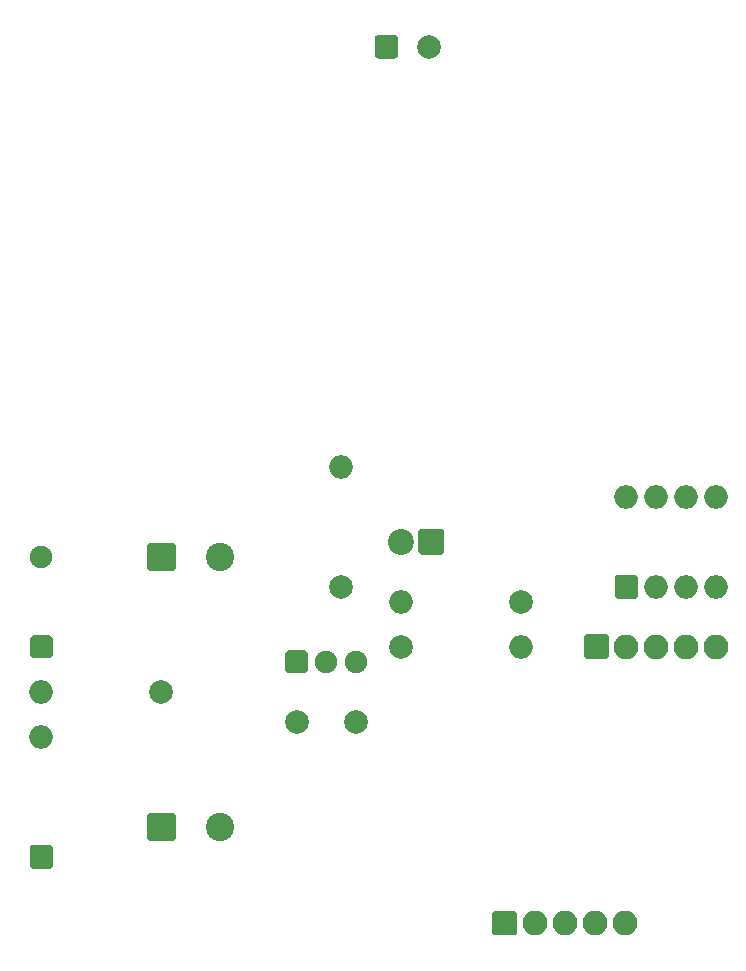
<source format=gbr>
G04 #@! TF.GenerationSoftware,KiCad,Pcbnew,(5.1.9-0-10_14)*
G04 #@! TF.CreationDate,2022-07-17T19:47:57+02:00*
G04 #@! TF.ProjectId,klara-circuitry,6b6c6172-612d-4636-9972-637569747279,rev?*
G04 #@! TF.SameCoordinates,Original*
G04 #@! TF.FileFunction,Soldermask,Bot*
G04 #@! TF.FilePolarity,Negative*
%FSLAX46Y46*%
G04 Gerber Fmt 4.6, Leading zero omitted, Abs format (unit mm)*
G04 Created by KiCad (PCBNEW (5.1.9-0-10_14)) date 2022-07-17 19:47:57*
%MOMM*%
%LPD*%
G01*
G04 APERTURE LIST*
%ADD10O,2.100000X2.100000*%
%ADD11C,2.000000*%
%ADD12C,1.900000*%
%ADD13O,2.000000X2.000000*%
%ADD14C,2.200000*%
%ADD15C,2.400000*%
%ADD16O,1.900000X1.900000*%
G04 APERTURE END LIST*
D10*
G04 #@! TO.C,LCD1*
X120490000Y-108490000D03*
X117950000Y-108490000D03*
X115410000Y-108490000D03*
X112870000Y-108490000D03*
G36*
G01*
X111180000Y-109540000D02*
X109480000Y-109540000D01*
G75*
G02*
X109280000Y-109340000I0J200000D01*
G01*
X109280000Y-107640000D01*
G75*
G02*
X109480000Y-107440000I200000J0D01*
G01*
X111180000Y-107440000D01*
G75*
G02*
X111380000Y-107640000I0J-200000D01*
G01*
X111380000Y-109340000D01*
G75*
G02*
X111180000Y-109540000I-200000J0D01*
G01*
G37*
G04 #@! TD*
D11*
G04 #@! TO.C,C2*
X92790000Y-91440000D03*
X97790000Y-91440000D03*
G04 #@! TD*
G04 #@! TO.C,U1*
G36*
G01*
X91760000Y-87110000D02*
X91760000Y-85610000D01*
G75*
G02*
X91960000Y-85410000I200000J0D01*
G01*
X93460000Y-85410000D01*
G75*
G02*
X93660000Y-85610000I0J-200000D01*
G01*
X93660000Y-87110000D01*
G75*
G02*
X93460000Y-87310000I-200000J0D01*
G01*
X91960000Y-87310000D01*
G75*
G02*
X91760000Y-87110000I0J200000D01*
G01*
G37*
D12*
X97790000Y-86360000D03*
X95250000Y-86360000D03*
G04 #@! TD*
D10*
G04 #@! TO.C,J1*
X128270000Y-85090000D03*
X125730000Y-85090000D03*
X123190000Y-85090000D03*
X120650000Y-85090000D03*
G36*
G01*
X118960000Y-86140000D02*
X117260000Y-86140000D01*
G75*
G02*
X117060000Y-85940000I0J200000D01*
G01*
X117060000Y-84240000D01*
G75*
G02*
X117260000Y-84040000I200000J0D01*
G01*
X118960000Y-84040000D01*
G75*
G02*
X119160000Y-84240000I0J-200000D01*
G01*
X119160000Y-85940000D01*
G75*
G02*
X118960000Y-86140000I-200000J0D01*
G01*
G37*
G04 #@! TD*
D13*
G04 #@! TO.C,U3*
X120650000Y-72390000D03*
X128270000Y-80010000D03*
X123190000Y-72390000D03*
X125730000Y-80010000D03*
X125730000Y-72390000D03*
X123190000Y-80010000D03*
X128270000Y-72390000D03*
G36*
G01*
X121450000Y-81010000D02*
X119850000Y-81010000D01*
G75*
G02*
X119650000Y-80810000I0J200000D01*
G01*
X119650000Y-79210000D01*
G75*
G02*
X119850000Y-79010000I200000J0D01*
G01*
X121450000Y-79010000D01*
G75*
G02*
X121650000Y-79210000I0J-200000D01*
G01*
X121650000Y-80810000D01*
G75*
G02*
X121450000Y-81010000I-200000J0D01*
G01*
G37*
G04 #@! TD*
G04 #@! TO.C,R2*
X111760000Y-85090000D03*
D11*
X101600000Y-85090000D03*
G04 #@! TD*
D13*
G04 #@! TO.C,R3*
X101600000Y-81280000D03*
D11*
X111760000Y-81280000D03*
G04 #@! TD*
D14*
G04 #@! TO.C,D3*
X101600000Y-76200000D03*
G36*
G01*
X105240000Y-75300000D02*
X105240000Y-77100000D01*
G75*
G02*
X105040000Y-77300000I-200000J0D01*
G01*
X103240000Y-77300000D01*
G75*
G02*
X103040000Y-77100000I0J200000D01*
G01*
X103040000Y-75300000D01*
G75*
G02*
X103240000Y-75100000I200000J0D01*
G01*
X105040000Y-75100000D01*
G75*
G02*
X105240000Y-75300000I0J-200000D01*
G01*
G37*
G04 #@! TD*
D15*
G04 #@! TO.C,CS1*
X86280000Y-100330000D03*
G36*
G01*
X80080000Y-101330000D02*
X80080000Y-99330000D01*
G75*
G02*
X80280000Y-99130000I200000J0D01*
G01*
X82280000Y-99130000D01*
G75*
G02*
X82480000Y-99330000I0J-200000D01*
G01*
X82480000Y-101330000D01*
G75*
G02*
X82280000Y-101530000I-200000J0D01*
G01*
X80280000Y-101530000D01*
G75*
G02*
X80080000Y-101330000I0J200000D01*
G01*
G37*
G04 #@! TD*
G04 #@! TO.C,CS2*
X86280000Y-77470000D03*
G36*
G01*
X80080000Y-78470000D02*
X80080000Y-76470000D01*
G75*
G02*
X80280000Y-76270000I200000J0D01*
G01*
X82280000Y-76270000D01*
G75*
G02*
X82480000Y-76470000I0J-200000D01*
G01*
X82480000Y-78470000D01*
G75*
G02*
X82280000Y-78670000I-200000J0D01*
G01*
X80280000Y-78670000D01*
G75*
G02*
X80080000Y-78470000I0J200000D01*
G01*
G37*
G04 #@! TD*
D13*
G04 #@! TO.C,R4*
X96520000Y-69850000D03*
D11*
X96520000Y-80010000D03*
G04 #@! TD*
D13*
G04 #@! TO.C,D1*
X71120000Y-92710000D03*
G36*
G01*
X71920000Y-103870000D02*
X70320000Y-103870000D01*
G75*
G02*
X70120000Y-103670000I0J200000D01*
G01*
X70120000Y-102070000D01*
G75*
G02*
X70320000Y-101870000I200000J0D01*
G01*
X71920000Y-101870000D01*
G75*
G02*
X72120000Y-102070000I0J-200000D01*
G01*
X72120000Y-103670000D01*
G75*
G02*
X71920000Y-103870000I-200000J0D01*
G01*
G37*
G04 #@! TD*
G04 #@! TO.C,R1*
X71120000Y-88900000D03*
D11*
X81280000Y-88900000D03*
G04 #@! TD*
D16*
G04 #@! TO.C,D2*
X71120000Y-77470000D03*
G36*
G01*
X71870000Y-86040000D02*
X70370000Y-86040000D01*
G75*
G02*
X70170000Y-85840000I0J200000D01*
G01*
X70170000Y-84340000D01*
G75*
G02*
X70370000Y-84140000I200000J0D01*
G01*
X71870000Y-84140000D01*
G75*
G02*
X72070000Y-84340000I0J-200000D01*
G01*
X72070000Y-85840000D01*
G75*
G02*
X71870000Y-86040000I-200000J0D01*
G01*
G37*
G04 #@! TD*
D11*
G04 #@! TO.C,SC1*
X103930000Y-34290000D03*
G36*
G01*
X99330000Y-34977500D02*
X99330000Y-33602500D01*
G75*
G02*
X99642500Y-33290000I312500J0D01*
G01*
X101017500Y-33290000D01*
G75*
G02*
X101330000Y-33602500I0J-312500D01*
G01*
X101330000Y-34977500D01*
G75*
G02*
X101017500Y-35290000I-312500J0D01*
G01*
X99642500Y-35290000D01*
G75*
G02*
X99330000Y-34977500I0J312500D01*
G01*
G37*
G04 #@! TD*
M02*

</source>
